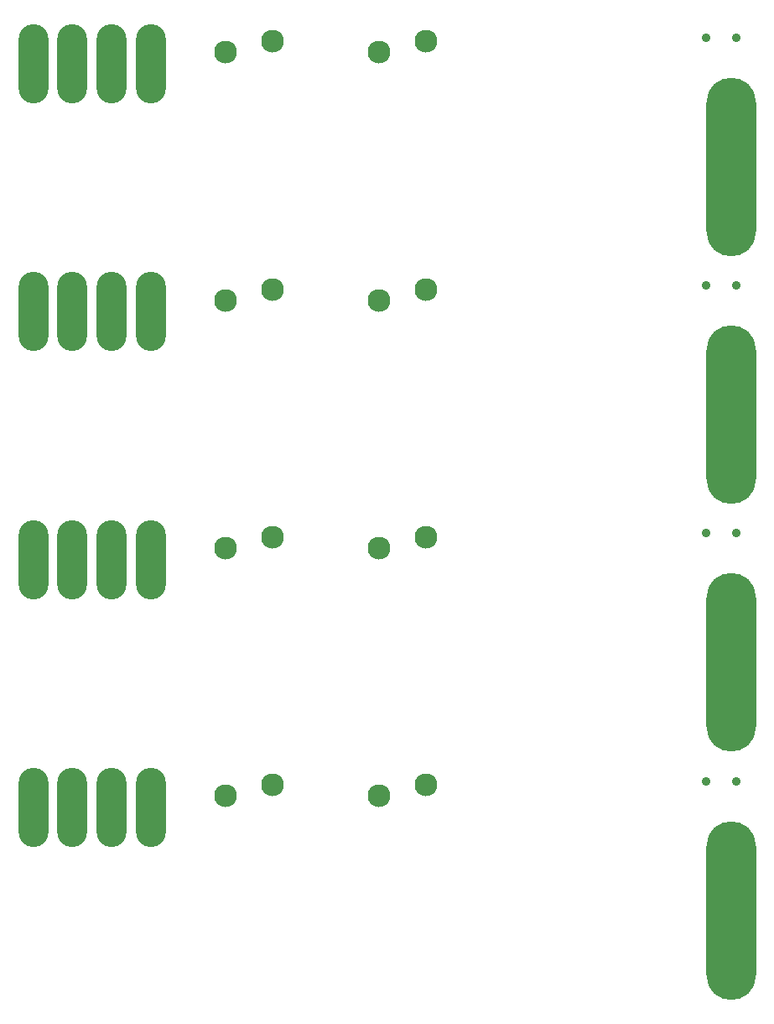
<source format=gbr>
%TF.GenerationSoftware,KiCad,Pcbnew,(6.0.7)*%
%TF.CreationDate,2023-02-24T04:41:47+08:00*%
%TF.ProjectId,PowerPanelization,506f7765-7250-4616-9e65-6c697a617469,rev?*%
%TF.SameCoordinates,Original*%
%TF.FileFunction,Soldermask,Bot*%
%TF.FilePolarity,Negative*%
%FSLAX46Y46*%
G04 Gerber Fmt 4.6, Leading zero omitted, Abs format (unit mm)*
G04 Created by KiCad (PCBNEW (6.0.7)) date 2023-02-24 04:41:47*
%MOMM*%
%LPD*%
G01*
G04 APERTURE LIST*
%ADD10C,2.300000*%
%ADD11O,3.000000X8.000000*%
%ADD12O,5.000000X18.000000*%
%ADD13C,0.900000*%
G04 APERTURE END LIST*
D10*
%TO.C,DC2*%
X146200000Y-134300000D03*
X150930000Y-133200000D03*
%TD*%
D11*
%TO.C,J2*%
X111290000Y-135450000D03*
X115250000Y-135450000D03*
X119210000Y-135450000D03*
X123170000Y-135450000D03*
%TD*%
D12*
%TO.C,J1*%
X181730000Y-145850000D03*
%TD*%
D13*
%TO.C,SW1*%
X182230000Y-132820000D03*
X179230000Y-132820000D03*
%TD*%
D10*
%TO.C,DC1*%
X130725000Y-134300000D03*
X135455000Y-133200000D03*
%TD*%
%TO.C,DC2*%
X146200000Y-109300000D03*
X150930000Y-108200000D03*
%TD*%
D11*
%TO.C,J2*%
X111290000Y-110450000D03*
X115250000Y-110450000D03*
X119210000Y-110450000D03*
X123170000Y-110450000D03*
%TD*%
D12*
%TO.C,J1*%
X181730000Y-120850000D03*
%TD*%
D13*
%TO.C,SW1*%
X182230000Y-107820000D03*
X179230000Y-107820000D03*
%TD*%
D10*
%TO.C,DC1*%
X130725000Y-109300000D03*
X135455000Y-108200000D03*
%TD*%
%TO.C,DC2*%
X146200000Y-84300000D03*
X150930000Y-83200000D03*
%TD*%
D11*
%TO.C,J2*%
X111290000Y-85450000D03*
X115250000Y-85450000D03*
X119210000Y-85450000D03*
X123170000Y-85450000D03*
%TD*%
D12*
%TO.C,J1*%
X181730000Y-95850000D03*
%TD*%
D13*
%TO.C,SW1*%
X182230000Y-82820000D03*
X179230000Y-82820000D03*
%TD*%
D10*
%TO.C,DC1*%
X130725000Y-84300000D03*
X135455000Y-83200000D03*
%TD*%
D11*
%TO.C,J2*%
X111290000Y-60450000D03*
X115250000Y-60450000D03*
X119210000Y-60450000D03*
X123170000Y-60450000D03*
%TD*%
D10*
%TO.C,DC1*%
X130725000Y-59300000D03*
X135455000Y-58200000D03*
%TD*%
D13*
%TO.C,SW1*%
X182230000Y-57820000D03*
X179230000Y-57820000D03*
%TD*%
D12*
%TO.C,J1*%
X181730000Y-70850000D03*
%TD*%
D10*
%TO.C,DC2*%
X146200000Y-59300000D03*
X150930000Y-58200000D03*
%TD*%
M02*

</source>
